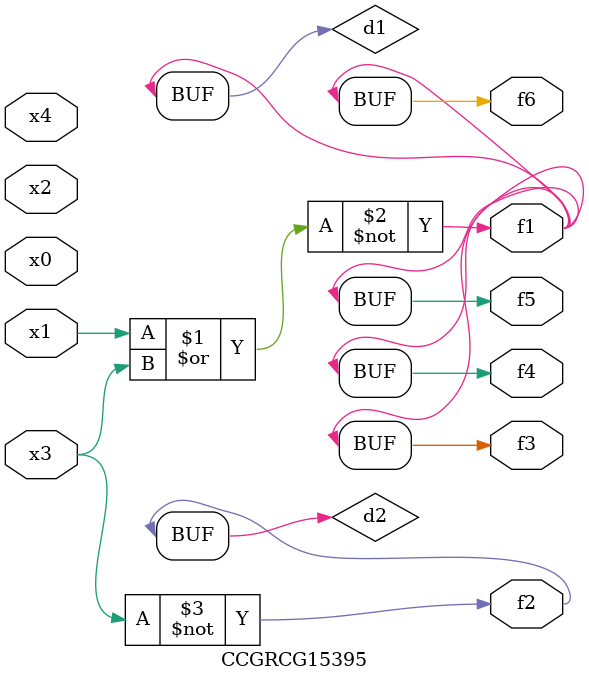
<source format=v>
module CCGRCG15395(
	input x0, x1, x2, x3, x4,
	output f1, f2, f3, f4, f5, f6
);

	wire d1, d2;

	nor (d1, x1, x3);
	not (d2, x3);
	assign f1 = d1;
	assign f2 = d2;
	assign f3 = d1;
	assign f4 = d1;
	assign f5 = d1;
	assign f6 = d1;
endmodule

</source>
